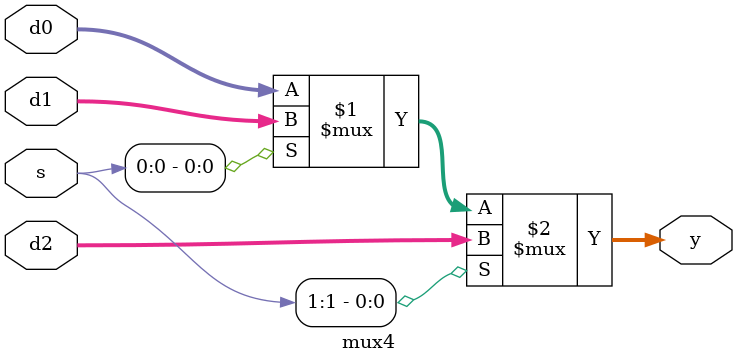
<source format=sv>
`timescale 1ns / 1ps


module top  (input logic clk, reset,
             output logic memwriteM,regwriteW,
             output logic [31:0] writedataM,instr,resultM,PCF);  

   mips mips (clk, reset,memwriteM,regwriteW,
		writedataM,instr,resultM,PCF);
   
endmodule



module tb();

logic clk, reset;
logic memwriteM,regwriteW;
logic [31:0] writedataM,instr,resultM,PCF;

 top dut(clk, reset,memwriteM,regwriteW,
		writedataM,instr,resultM,PCF);
 
 initial 
        begin
        $display("clk   ", "reset   ","memwriteM    ","regwriteW    writedataM       instr        resultM         PCF");
            reset <= 1; #22; reset <= 0;
        end
    
    always
        begin  
            clk <= 0; #5;   
            clk <= 1; #5; 
            $displayh(clk,"       ",reset,"        ",memwriteM,"              ",regwriteW,"         ", 
		writedataM,"      ",instr,"      ",resultM,"       ",PCF);  
        end

endmodule



module mips (input  logic clk, reset,
             output logic MemWriteM,regwriteW,
             output logic [31:0] writedataM,instr,resultM,PCF);
  
  logic RegWriteD,MemToRegD,MemWriteD,AluSrcD,RegDstD,BranchD;
  logic [2:0] ALUControlD;
  logic [31:0] instrD;

	
	controller c(instrD[31:26], instrD[5:0],MemToRegD, 
	MemWriteD,AluSrcD,RegDstD, RegWriteD,ALUControlD,BranchD);

	datapath dp(clk,reset,RegWriteD,MemToRegD,MemWriteD,
	AluSrcD,RegDstD,BranchD,ALUControlD,instrD,
	MemWriteM,regwriteW,writedataM,instr,resultM,PCF);

endmodule




module controller(input  logic[5:0] op, funct,
                  output logic     memtoreg, memwrite,
                  output logic     alusrc,
                  output logic     regdst, regwrite,
                  output logic[2:0] alucontrol,
                  output logic branch);

   logic [1:0] aluop;

   maindec md (op, memtoreg, memwrite, branch, alusrc, 
	regdst, regwrite, aluop);

   aludec  ad (funct, aluop, alucontrol);

endmodule









module PipeFtoD(input logic[31:0] instr, PCPlus4F,
                input logic StallD, clk,reset,		// StallD will be connected as this EN
                output logic[31:0] instrD, PCPlus4D);

                always_ff @(posedge clk)
                if(reset)
                begin
                instrD <= 0;
		PCPlus4D <= 0;
                end
                else if(!StallD)
                begin
                instrD<=instr;
                PCPlus4D <= PCPlus4F;
                end
endmodule




module PipeWtoF(input logic[31:0] PC,
                input logic StallF, clk, reset,		// StallF will be connected as this EN
                output logic[31:0] PCF);

                always_ff @(posedge clk)
		if(reset)
		begin
		PCF <=0;
		end  
		else if(!StallF)
		begin
		PCF<=PC;
		end
                
endmodule


// *******************************************************************************
// Below, write the modules for the pipes PipeDtoE, PipeEtoM, PipeMtoW yourselves.
// Don't forget to connect Control signals in these pipes as well.
// *******************************************************************************


module PipeDtoE(input logic clk,FlushE,reset,
                input logic RegWriteD,MemtoRegD,MemWriteD,BranchD,
                input logic [2:0] AluControlD,
                input logic AluSrcD,RegDstD,
                input logic [4:0] RsD,RtD,RdD,
                input logic [31:0] PcPlus4D,
                input logic [31:0] Rd1,Rd2,SignImmD,   
                output logic RegWriteE,MemtoRegE,MemWriteE,BranchE,AluSrcE,RegDstE,
                output logic [2:0] AluControlE,
                output logic [4:0] RsE,RtE,RdE,
                output logic [31:0] PcPlus4E,
                output logic [31:0] RdE1,RdE2,SignImmE);
                
                always_ff @(posedge clk)
                    if(reset )
                        begin
                        RegWriteE<=0;
                        MemtoRegE<=0;
                        MemWriteE<=0;
                        AluSrcE<=0;
                        RegDstE<=0;
                        BranchE<=0;
                        AluControlE<=0;
                        RdE1<=0;
                        RdE2<=0;
                        PcPlus4E<=0;
                        RsE<=0;
                        RtE<=0;
                        RdE<=0;     
                        SignImmE<=0;
                        end

                        else if(FlushE)
                        begin
                        RegWriteE<=0;
                        MemtoRegE<=0;
                        MemWriteE<=0;
                        AluSrcE<=0;
                        RegDstE<=0;
                        BranchE<=0;
                        AluControlE<=0;
                        RdE1<=0;
                        RdE2<=0;
                        PcPlus4E<=0;
                        RsE<=0;
                        RtE<=0;
                        RdE<=0;     
                        SignImmE<=0;
                        end

                    else
                        begin
                        RegWriteE<=RegWriteD;
                        MemtoRegE<=MemtoRegD;
                        MemWriteE<=MemWriteD;
                        AluSrcE<=AluSrcD;
                        RegDstE<=RegDstD;
                        BranchE<=BranchD;
                        AluControlE<=AluControlD;
                        RsE<=RsD;
                        RtE<=RtD;
                        RdE1<=Rd1;
                        RdE2<=Rd2;
                        RdE<=RdD;
                        PcPlus4E<=PcPlus4D;            
                        SignImmE<=SignImmD;
                        end     
endmodule


module PipeEtoM(input logic clk,reset,RegWriteE,MemtoRegE,MemWriteE,BranchE,ZeroE,
                input logic [31:0] AluOutE,WriteDataE,PcBranchE,
                input logic [4:0] WriteRegE,
                output logic RegWriteM,MemtoRegM,MemWriteM,BranchM,ZeroM,
                output logic [31:0] AluOutM,WriteDataM,PcBranchM,
                output logic [4:0] WriteRegM
                );
                always_ff@(posedge clk)
                    begin
                        begin
                        RegWriteM<=RegWriteE;
                        MemtoRegM<=MemtoRegE;
                        MemWriteM<=MemWriteE;
                        BranchM<=BranchE;
                        ZeroM<=ZeroE;
                        AluOutM<=AluOutE;
                        WriteDataM<=WriteDataE;
                        PcBranchM<=PcBranchE;
                        WriteRegM<=WriteRegE;
                        end
                    end             
endmodule


module PipeMtoW(input logic clk,reset,RegWriteM,MemtoRegM,
                input logic [31:0] ReadDataM,ALUOutM,
                input logic [4:0] WriteRegM,
                output logic RegWriteW,MemtoRegW,
                output logic [31:0] ReadDataW,ALUOutW,
                output logic [4:0] WriteRegW);
                
                always_ff@(posedge clk)
                    begin
                    RegWriteW<=RegWriteM;
                    MemtoRegW<=MemtoRegM;
                    ReadDataW<=ReadDataM;
                    ALUOutW<=ALUOutM;
                    WriteRegW<=WriteRegM;
                    end		
                                  
endmodule





module datapath (input  logic clk, reset,regwriteD,memtoregD,memwriteD,alusrcD,regdstD,branchD,
                 input logic [2:0] alucontrolD,
                 output logic [31:0] instrD,   
                 output logic memwriteM,regwriteW,
                 output logic [31:0] writedataM,instr,resultW,PCF);  


	// F stage var
	logic [31:0] PCPlus4F;
	
	
	// D stage var
	logic [31:0] shifted,SignImmD,PCPlus4D;
	logic [31:0] RD1,RD2;

	
	// E stage var
	logic [4:0] rsE,writeregE,rtE,rdE;
	logic regwriteE,memtoregE,memwriteE,alusrcE,regdstE,branchE,zeroE;
	logic [31:0] SrcAE,pcPlus4E,SrcBE,ALUOutE;
	logic [2:0] alucontrolE;
	logic [31:0] RDE1,RDE2;
	logic [31:0] SignImmE;
	logic [31:0] writedataE,pcbranchE;
	
	
	// M stage var
	logic regwriteM,memtoregM,branchM,zeroM;
	logic pcsrcM;
	logic [31:0] pcbranchM,readdataM,aluoutM;
	logic [4:0] writeregM;
	
	
	// W stage var
	logic memtoregW;
	logic [31:0] ALUOutW,ReadDataW,pcw;
	logic [4:0] writeregW;
	
	
	// hazards
	logic StallF,StallD,FlushE;
	logic [1:0] ForwardAE,ForwardBE;
	


	//F stage
	imem imem (PCF[7:2], instr);
	adder add(PCF,32'b100,PCPlus4F);
	PipeFtoD ftod(instr,PCPlus4F,StallD,clk,reset,instrD,PCPlus4D);
	

    	signext extend(instrD[15:0],SignImmD);
	regfile regfil(clk,regwriteW,instrD[25:21],instrD[20:16],writeregW,resultW,RD1,RD2);
	PipeDtoE dtoe(clk,FlushE,reset,regwriteD,memtoregD,memwriteD,branchD,alucontrolD,alusrcD,regdstD,
	instrD[25:21],instrD[20:16],instrD[15:11],PCPlus4D,RD1,RD2,SignImmD,regwriteE,memtoregE,memwriteE,branchE,
	alusrcE,regdstE,alucontrolE,rsE,rtE,rdE,pcPlus4E,RDE1,RDE2,SignImmE);
	
	
	
	// D stage
	mux2 #(5) dst(rtE,rdE,regdstE,writeregE);
	mux2 #(32) srcb(writedataE,SignImmE,alusrcE,SrcBE);
	mux4 #(32) srca(RDE1,resultW,aluoutM,ForwardAE,SrcAE);
	mux4 #(32) srcprev(RDE2,resultW,aluoutM,ForwardBE,writedataE);
	
	PipeEtoM etom(clk,reset,regwriteE,memtoregE,memwriteE,branchE,zeroE,ALUOutE, 
	writedataE,pcbranchE,writeregE,regwriteM,memtoregM,memwriteM,branchM,zeroM,
    aluoutM,writedataM,pcbranchM,writeregM);
    sl2 shifter(SignImmE,shifted);
	adder pcbr(shifted,pcPlus4E,pcbranchE);
	alu al(SrcAE,SrcBE,alucontrolE,ALUOutE,zeroE);
	


	// M stage
	dmem dmem (clk, memwriteM, aluoutM, writedataM, readdataM);
    PipeMtoW mtow(clk,reset,regwriteM,memtoregM,readdataM,aluoutM,writeregM,
    regwriteW,memtoregW,ReadDataW,ALUOutW,writeregW);
    
    assign pcsrcM = branchM & zeroM;
    
     // W stage
    mux2 #(32) res(ALUOutW,ReadDataW,memtoregW,resultW);
	mux2 #(32) pcn(PCPlus4F,pcbranchM,pcsrcM,pcw);
	PipeWtoF wtof(pcw,StallF,clk,reset,PCF);

 
    HazardUnit hazard(regwriteW,writeregW,regwriteM,memtoregM,branchD,
	writeregM,writeregE,regwriteE,memtoregE,rsE,rtE,instrD[25:21],
	instrD[20:16],ForwardAE,ForwardBE,FlushE,StallD,StallF);
	 
endmodule




module HazardUnit( input logic RegWriteW,
                input logic [4:0] WriteRegW,
                input logic RegWriteM,MemToRegM,BranchD,
                input logic [4:0] WriteRegM,WriteRegE,
                input logic RegWriteE,MemToRegE, 		
                input logic [4:0] rsE,rtE,
                input logic [4:0] rsD,rtD,
                output logic [1:0] ForwardAE,ForwardBE,
                output logic FlushE,StallD,StallF

    );
    logic lwstall,branchstall;
    
    always_comb begin

        if ((rsE != 0) && (rsE == WriteRegM) && RegWriteM)
            ForwardAE = 2'b10;
        else if ((rsE != 0) && (rsE == WriteRegW) && RegWriteW)
            ForwardAE = 2'b01;
        else
            ForwardAE = 2'b00;
 

        if ((rtE != 0) & (rtE == WriteRegM) & RegWriteM)
            ForwardBE = 2'b10;
        else if ((rtE != 0) & (rtE == WriteRegW) & RegWriteW)
            ForwardBE = 2'b01;
        else
            ForwardBE = 2'b00;
            
        branchstall = BranchD & RegWriteE & (WriteRegE == rsD | WriteRegE == rtD) | 
	BranchD & MemToRegM & (WriteRegM == rsD | WriteRegM == rtD);

        lwstall = ((rsD==rtE) || (rtD==rtE)) && MemToRegE;
        
        FlushE = (lwstall | branchstall);
        StallF = FlushE;
        StallD = FlushE;

        end
endmodule





module imem ( input logic [5:0] addr, output logic [31:0] instr);

// imem is modeled as a lookup table, a stored-program byte-addressable ROM
	always_comb
	   case ({addr,2'b00})		

// 	***************************************************************************
//	Here, you can paste your own test cases that you prepared for the part 1-e.
//	Below is a placeholder program from the single-cycle lab.
//	***************************************************************************   	

//
//		address		instruction
//		-------		-----------
		8'h00: instr = 32'h20020001;
		8'h04: instr = 32'h20030002;
		8'h08: instr = 32'h20500002;
		8'h0c: instr = 32'h20710002;
		8'h10: instr = 32'h02039022;
	     	default:  instr = {32{1'bx}};	// unknown address
	   endcase
endmodule




module dmem (input  logic        clk, we,
             input  logic[31:0]  a, wd,
             output logic[31:0]  rd);

   logic  [31:0] RAM[63:0];
  
   assign rd = RAM[a[31:2]];    // word-aligned  read (for lw)

   always_ff @(posedge clk)
     if (we)
       RAM[a[31:2]] <= wd;      // word-aligned write (for sw)

endmodule


module maindec (input logic[5:0] op, 
	              output logic memtoreg, memwrite, branch,
	              output logic alusrc, regdst, regwrite,
	              output logic[1:0] aluop );
   logic [7:0] controls;

   assign {regwrite, regdst, alusrc, branch, memwrite,
                memtoreg,  aluop} = controls;

  always_comb
    case(op)
      6'b000000: controls <= 8'b11000010; // R-type
      6'b100011: controls <= 8'b10100100; // LW
      6'b101011: controls <= 8'b00101000; // SW
      6'b000100: controls <= 8'b00010001; // BEQ
      6'b001000: controls <= 8'b10100000; // ADDI
      default:   controls <= 8'bxxxxxxxx; // illegal op
    endcase
endmodule


module aludec (input    logic[5:0] funct,
               input    logic[1:0] aluop,
               output   logic[2:0] alucontrol);
  always_comb
    case(aluop)
      2'b00: alucontrol  = 3'b010;  // add  (for lw/sw/addi)
      2'b01: alucontrol  = 3'b110;  // sub   (for beq)
      default: case(funct)          // R-TYPE instructions
          6'b100000: alucontrol  = 3'b010; // ADD
          6'b100010: alucontrol  = 3'b110; // SUB
          6'b100100: alucontrol  = 3'b000; // AND
          6'b100101: alucontrol  = 3'b001; // OR
          6'b101010: alucontrol  = 3'b111; // SLT
          default:   alucontrol  = 3'bxxx; // ???
        endcase
    endcase
endmodule



module regfile (input    logic clk, we3, 
                input    logic[4:0]  ra1, ra2, wa3, 
                input    logic[31:0] wd3, 
                output   logic[31:0] rd1, rd2);

  logic [31:0] rf [31:0];



  always_ff @(negedge clk)
     if (we3) 
         rf [wa3] <= wd3;	

  assign rd1 = (ra1 != 0) ? rf [ra1] : 0;
  assign rd2 = (ra2 != 0) ? rf[ ra2] : 0;

endmodule


module alu(input  logic [31:0] a, b, 
           input  logic [2:0]  alucont, 
           output logic [31:0] result,
           output logic zero);
    
    always_comb
        case(alucont)
            3'b010: result = a + b;
            3'b110: result = a - b;
            3'b000: result = a & b;
            3'b001: result = a | b;
            3'b111: result = (a < b) ? 1 : 0;
            default: result = {32{1'bx}};
        endcase
    
    assign zero = (result == 0) ? 1'b1 : 1'b0;
    
endmodule


module adder (input  logic[31:0] a, b,
              output logic[31:0] y);
     
     assign y = a + b;
endmodule

module sl2 (input  logic[31:0] a,
            output logic[31:0] y);
     
     assign y = {a[29:0], 2'b00}; // shifts left by 2
endmodule

module signext (input  logic[15:0] a,
                output logic[31:0] y);
              
  assign y = {{16{a[15]}}, a};    // sign-extends 16-bit a
endmodule



// paramaterized 2-to-1 MUX
module mux2 #(parameter WIDTH = 8)
             (input  logic[WIDTH-1:0] d0, d1,  
              input  logic s, 
              output logic[WIDTH-1:0] y);
  
   assign y = s ? d1 : d0; 
endmodule


module mux4 #(parameter WIDTH = 8)
            (input logic[WIDTH-1:0] d0,d1,d2,
             input logic [1:0] s,
             output logic[WIDTH-1:0] y);
             
             
             assign y = s[1] ?  d2 : (s[0] ? d1:d0);
endmodule
</source>
